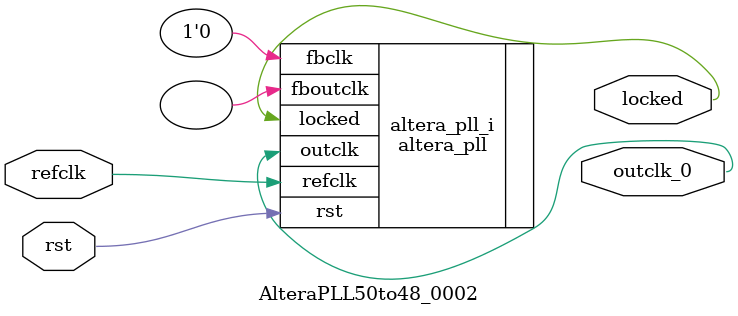
<source format=v>
`timescale 1ns/10ps
module  AlteraPLL50to48_0002(

	// interface 'refclk'
	input wire refclk,

	// interface 'reset'
	input wire rst,

	// interface 'outclk0'
	output wire outclk_0,

	// interface 'locked'
	output wire locked
);

	altera_pll #(
		.fractional_vco_multiplier("false"),
		.reference_clock_frequency("50.0 MHz"),
		.operation_mode("direct"),
		.number_of_clocks(1),
		.output_clock_frequency0("48.000000 MHz"),
		.phase_shift0("0 ps"),
		.duty_cycle0(50),
		.output_clock_frequency1("0 MHz"),
		.phase_shift1("0 ps"),
		.duty_cycle1(50),
		.output_clock_frequency2("0 MHz"),
		.phase_shift2("0 ps"),
		.duty_cycle2(50),
		.output_clock_frequency3("0 MHz"),
		.phase_shift3("0 ps"),
		.duty_cycle3(50),
		.output_clock_frequency4("0 MHz"),
		.phase_shift4("0 ps"),
		.duty_cycle4(50),
		.output_clock_frequency5("0 MHz"),
		.phase_shift5("0 ps"),
		.duty_cycle5(50),
		.output_clock_frequency6("0 MHz"),
		.phase_shift6("0 ps"),
		.duty_cycle6(50),
		.output_clock_frequency7("0 MHz"),
		.phase_shift7("0 ps"),
		.duty_cycle7(50),
		.output_clock_frequency8("0 MHz"),
		.phase_shift8("0 ps"),
		.duty_cycle8(50),
		.output_clock_frequency9("0 MHz"),
		.phase_shift9("0 ps"),
		.duty_cycle9(50),
		.output_clock_frequency10("0 MHz"),
		.phase_shift10("0 ps"),
		.duty_cycle10(50),
		.output_clock_frequency11("0 MHz"),
		.phase_shift11("0 ps"),
		.duty_cycle11(50),
		.output_clock_frequency12("0 MHz"),
		.phase_shift12("0 ps"),
		.duty_cycle12(50),
		.output_clock_frequency13("0 MHz"),
		.phase_shift13("0 ps"),
		.duty_cycle13(50),
		.output_clock_frequency14("0 MHz"),
		.phase_shift14("0 ps"),
		.duty_cycle14(50),
		.output_clock_frequency15("0 MHz"),
		.phase_shift15("0 ps"),
		.duty_cycle15(50),
		.output_clock_frequency16("0 MHz"),
		.phase_shift16("0 ps"),
		.duty_cycle16(50),
		.output_clock_frequency17("0 MHz"),
		.phase_shift17("0 ps"),
		.duty_cycle17(50),
		.pll_type("General"),
		.pll_subtype("General")
	) altera_pll_i (
		.rst	(rst),
		.outclk	({outclk_0}),
		.locked	(locked),
		.fboutclk	( ),
		.fbclk	(1'b0),
		.refclk	(refclk)
	);
endmodule


</source>
